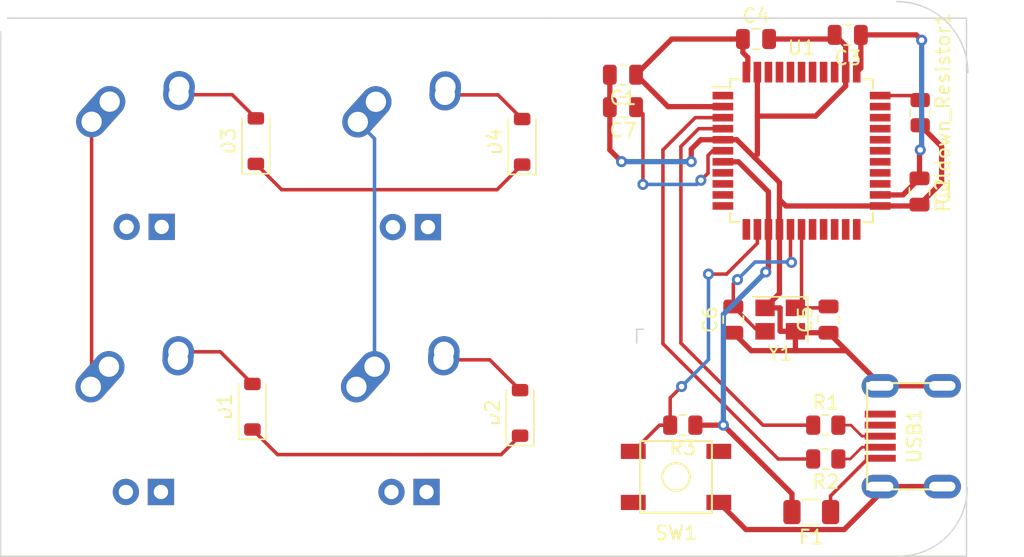
<source format=kicad_pcb>
(kicad_pcb (version 20221018) (generator pcbnew)
  (layers (0 "F.Cu" signal) (31 "B.Cu" signal) (34 "B.Paste" user) (35 "F.Paste" user) (36 "B.SilkS" user "B.Silkscreen") (37 "F.SilkS" user "F.Silkscreen") (38 "B.Mask" user) (39 "F.Mask" user) (44 "Edge.Cuts" user))
  (net 0 "")
  (net 1 "+5V")
  (net 2 "GND")
  (net 3 "Net-(U1-XTAL1)")
  (net 4 "Net-(U1-XTAL2)")
  (net 5 "Net-(U1-UCAP)")
  (net 6 "ROW1")
  (net 7 "Net-(D1-A)")
  (net 8 "Net-(D2-A)")
  (net 9 "ROW0")
  (net 10 "Net-(D3-A)")
  (net 11 "Net-(D4-A)")
  (net 12 "Net-(USB1-VBUS)")
  (net 13 "COL0")
  (net 14 "COL1")
  (net 15 "Net-(U1-~{HWB}{slash}PE2)")
  (net 16 "Net-(U1-D+)")
  (net 17 "D+")
  (net 18 "D-")
  (net 19 "Net-(U1-D-)")
  (net 20 "Net-(U1-~{RESET})")
  (footprint "Capacitor_SMD:C_0805_2012Metric" (layer "F.Cu") (at 170 87.85 90)
    (fp_text reference "C5" (at 0 -1.68 90) (layer "F.SilkS"))
    (fp_text value "22pF")
    (fp_line (start -0.261252 -0.735) (end 0.261252 -0.735) (stroke (width 0.12)) (layer "F.SilkS"))
    (fp_line (start -0.261252 0.735) (end 0.261252 0.735) (stroke (width 0.12)) (layer "F.SilkS"))
    (pad "1" smd roundrect (at -0.95 0 90) (size 1 1.45) (layers "F.Cu" "F.Paste" "F.Mask") (net 2 "GND"))
    (pad "2" smd roundrect (at 0.95 0 90) (size 1 1.45) (layers "F.Cu" "F.Paste" "F.Mask") (net 3 "Net-(U1-XTAL1)"))
  )
  (footprint "Resistor_SMD:R_0805_2012Metric" (layer "F.Cu") (at 169.8 97.95 180)
    (fp_text reference "R2" (at 0 -1.65) (layer "F.SilkS"))
    (fp_text value "22")
    (fp_line (start -0.227064 -0.735) (end 0.227064 -0.735) (stroke (width 0.12)) (layer "F.SilkS"))
    (fp_line (start -0.227064 0.735) (end 0.227064 0.735) (stroke (width 0.12)) (layer "F.SilkS"))
    (pad "1" smd roundrect (at -0.9125 0 180) (size 1.025 1.4) (layers "F.Cu" "F.Paste" "F.Mask") (roundrect_rratio 0.243902) (net 18 "D-"))
    (pad "2" smd roundrect (at 0.9125 0 180) (size 1.025 1.4) (layers "F.Cu" "F.Paste" "F.Mask") (roundrect_rratio 0.243902) (net 19 "Net-(U1-D-)"))
  )
  (footprint "Package_QFP:TQFP-44_10x10mm_P0.8mm" (layer "F.Cu") (at 168.045 75.6125)
    (fp_text reference "U1" (at 0 -7.45) (layer "F.SilkS"))
    (fp_text value "ATmega32U4-A")
    (fp_line (start -5.175 -5.175) (end -5.175 -4.6) (stroke (width 0.15)) (layer "F.SilkS"))
    (fp_line (start -5.175 -5.175) (end -4.5 -5.175) (stroke (width 0.15)) (layer "F.SilkS"))
    (fp_line (start -5.175 -4.6) (end -6.45 -4.6) (stroke (width 0.15)) (layer "F.SilkS"))
    (fp_line (start -5.175 5.175) (end -5.175 4.5) (stroke (width 0.15)) (layer "F.SilkS"))
    (fp_line (start -5.175 5.175) (end -4.5 5.175) (stroke (width 0.15)) (layer "F.SilkS"))
    (fp_line (start 5.175 -5.175) (end 4.5 -5.175) (stroke (width 0.15)) (layer "F.SilkS"))
    (fp_line (start 5.175 -5.175) (end 5.175 -4.5) (stroke (width 0.15)) (layer "F.SilkS"))
    (fp_line (start 5.175 5.175) (end 4.5 5.175) (stroke (width 0.15)) (layer "F.SilkS"))
    (fp_line (start 5.175 5.175) (end 5.175 4.5) (stroke (width 0.15)) (layer "F.SilkS"))
    (pad "1" smd rect (at -5.7 -4) (size 1.5 0.55) (layers "F.Cu" "F.Paste" "F.Mask"))
    (pad "2" smd rect (at -5.7 -3.2) (size 1.5 0.55) (layers "F.Cu" "F.Paste" "F.Mask") (net 1 "+5V"))
    (pad "3" smd rect (at -5.7 -2.4) (size 1.5 0.55) (layers "F.Cu" "F.Paste" "F.Mask") (net 19 "Net-(U1-D-)"))
    (pad "4" smd rect (at -5.7 -1.6) (size 1.5 0.55) (layers "F.Cu" "F.Paste" "F.Mask") (net 16 "Net-(U1-D+)"))
    (pad "5" smd rect (at -5.7 -0.8) (size 1.5 0.55) (layers "F.Cu" "F.Paste" "F.Mask") (net 2 "GND"))
    (pad "6" smd rect (at -5.7 0) (size 1.5 0.55) (layers "F.Cu" "F.Paste" "F.Mask") (net 5 "Net-(U1-UCAP)"))
    (pad "7" smd rect (at -5.7 0.8) (size 1.5 0.55) (layers "F.Cu" "F.Paste" "F.Mask") (net 1 "+5V"))
    (pad "8" smd rect (at -5.7 1.6) (size 1.5 0.55) (layers "F.Cu" "F.Paste" "F.Mask"))
    (pad "9" smd rect (at -5.7 2.4) (size 1.5 0.55) (layers "F.Cu" "F.Paste" "F.Mask"))
    (pad "10" smd rect (at -5.7 3.2) (size 1.5 0.55) (layers "F.Cu" "F.Paste" "F.Mask"))
    (pad "11" smd rect (at -5.7 4) (size 1.5 0.55) (layers "F.Cu" "F.Paste" "F.Mask"))
    (pad "12" smd rect (at -4 5.7 90) (size 1.5 0.55) (layers "F.Cu" "F.Paste" "F.Mask"))
    (pad "13" smd rect (at -3.2 5.7 90) (size 1.5 0.55) (layers "F.Cu" "F.Paste" "F.Mask") (net 20 "Net-(U1-~{RESET})"))
    (pad "14" smd rect (at -2.4 5.7 90) (size 1.5 0.55) (layers "F.Cu" "F.Paste" "F.Mask") (net 1 "+5V"))
    (pad "15" smd rect (at -1.6 5.7 90) (size 1.5 0.55) (layers "F.Cu" "F.Paste" "F.Mask") (net 2 "GND"))
    (pad "16" smd rect (at -0.8 5.7 90) (size 1.5 0.55) (layers "F.Cu" "F.Paste" "F.Mask") (net 4 "Net-(U1-XTAL2)"))
    (pad "17" smd rect (at 0 5.7 90) (size 1.5 0.55) (layers "F.Cu" "F.Paste" "F.Mask") (net 3 "Net-(U1-XTAL1)"))
    (pad "18" smd rect (at 0.8 5.7 90) (size 1.5 0.55) (layers "F.Cu" "F.Paste" "F.Mask"))
    (pad "19" smd rect (at 1.6 5.7 90) (size 1.5 0.55) (layers "F.Cu" "F.Paste" "F.Mask"))
    (pad "20" smd rect (at 2.4 5.7 90) (size 1.5 0.55) (layers "F.Cu" "F.Paste" "F.Mask"))
    (pad "21" smd rect (at 3.2 5.7 90) (size 1.5 0.55) (layers "F.Cu" "F.Paste" "F.Mask"))
    (pad "22" smd rect (at 4 5.7 90) (size 1.5 0.55) (layers "F.Cu" "F.Paste" "F.Mask"))
    (pad "23" smd rect (at 5.7 4) (size 1.5 0.55) (layers "F.Cu" "F.Paste" "F.Mask") (net 2 "GND"))
    (pad "24" smd rect (at 5.7 3.2) (size 1.5 0.55) (layers "F.Cu" "F.Paste" "F.Mask") (net 1 "+5V"))
    (pad "25" smd rect (at 5.7 2.4) (size 1.5 0.55) (layers "F.Cu" "F.Paste" "F.Mask"))
    (pad "26" smd rect (at 5.7 1.6) (size 1.5 0.55) (layers "F.Cu" "F.Paste" "F.Mask"))
    (pad "27" smd rect (at 5.7 0.8) (size 1.5 0.55) (layers "F.Cu" "F.Paste" "F.Mask"))
    (pad "28" smd rect (at 5.7 0) (size 1.5 0.55) (layers "F.Cu" "F.Paste" "F.Mask"))
    (pad "29" smd rect (at 5.7 -0.8) (size 1.5 0.55) (layers "F.Cu" "F.Paste" "F.Mask"))
    (pad "30" smd rect (at 5.7 -1.6) (size 1.5 0.55) (layers "F.Cu" "F.Paste" "F.Mask"))
    (pad "31" smd rect (at 5.7 -2.4) (size 1.5 0.55) (layers "F.Cu" "F.Paste" "F.Mask"))
    (pad "32" smd rect (at 5.7 -3.2) (size 1.5 0.55) (layers "F.Cu" "F.Paste" "F.Mask"))
    (pad "33" smd rect (at 5.7 -4) (size 1.5 0.55) (layers "F.Cu" "F.Paste" "F.Mask") (net 15 "Net-(U1-~{HWB}{slash}PE2)"))
    (pad "34" smd rect (at 4 -5.7 90) (size 1.5 0.55) (layers "F.Cu" "F.Paste" "F.Mask") (net 1 "+5V"))
    (pad "35" smd rect (at 3.2 -5.7 90) (size 1.5 0.55) (layers "F.Cu" "F.Paste" "F.Mask") (net 2 "GND"))
    (pad "36" smd rect (at 2.4 -5.7 90) (size 1.5 0.55) (layers "F.Cu" "F.Paste" "F.Mask"))
    (pad "37" smd rect (at 1.6 -5.7 90) (size 1.5 0.55) (layers "F.Cu" "F.Paste" "F.Mask"))
    (pad "38" smd rect (at 0.8 -5.7 90) (size 1.5 0.55) (layers "F.Cu" "F.Paste" "F.Mask"))
    (pad "39" smd rect (at 0 -5.7 90) (size 1.5 0.55) (layers "F.Cu" "F.Paste" "F.Mask"))
    (pad "40" smd rect (at -0.8 -5.7 90) (size 1.5 0.55) (layers "F.Cu" "F.Paste" "F.Mask"))
    (pad "41" smd rect (at -1.6 -5.7 90) (size 1.5 0.55) (layers "F.Cu" "F.Paste" "F.Mask"))
    (pad "42" smd rect (at -2.4 -5.7 90) (size 1.5 0.55) (layers "F.Cu" "F.Paste" "F.Mask"))
    (pad "43" smd rect (at -3.2 -5.7 90) (size 1.5 0.55) (layers "F.Cu" "F.Paste" "F.Mask") (net 2 "GND"))
    (pad "44" smd rect (at -4 -5.7 90) (size 1.5 0.55) (layers "F.Cu" "F.Paste" "F.Mask") (net 1 "+5V"))
  )
  (footprint "Diode_SMD:D_SOD-123" (layer "F.Cu") (at 128.495 74.9125 90)
    (fp_text reference "D3" (at 0 -2 90) (layer "F.SilkS"))
    (fp_text value "D_Small")
    (fp_line (start -2.36 -1) (end -2.36 1) (stroke (width 0.12)) (layer "F.SilkS"))
    (fp_line (start -2.36 -1) (end 1.65 -1) (stroke (width 0.12)) (layer "F.SilkS"))
    (fp_line (start -2.36 1) (end 1.65 1) (stroke (width 0.12)) (layer "F.SilkS"))
    (pad "1" smd roundrect (at -1.65 0 90) (size 0.9 1.2) (layers "F.Cu" "F.Paste" "F.Mask") (net 9 "ROW0"))
    (pad "2" smd roundrect (at 1.65 0 90) (size 0.9 1.2) (layers "F.Cu" "F.Paste" "F.Mask") (net 10 "Net-(D3-A)"))
  )
  (footprint "MX_Alps_Hybrid:MX-1U" (layer "F.Cu") (at 120.4 76.05)
    (fp_text reference "MX1")
    (fp_text value "MX-NoLED")
    (pad "" np_thru_hole circle (at -5.08 0 48.0996) (size 1.75 1.75) (drill 1.75) (layers "*.Cu" "*.Mask"))
    (pad "" np_thru_hole circle (at 0 0) (size 3.9878 3.9878) (drill 3.9878) (layers "*.Cu" "*.Mask"))
    (pad "" np_thru_hole circle (at 5.08 0 48.0996) (size 1.75 1.75) (drill 1.75) (layers "*.Cu" "*.Mask"))
    (pad "1" thru_hole oval (at -3.81 -2.54 48.0996) (size 4.211556 2.25) (drill 1.47 (offset 0.980778 0)) (layers "*.Cu" "B.Mask") (net 13 "COL0"))
    (pad "1" thru_hole circle (at -2.5 -4) (size 2.25 2.25) (drill 1.47) (layers "*.Cu" "B.Mask") (net 13 "COL0"))
    (pad "2" thru_hole oval (at 2.5 -4.5 86.0548) (size 2.831378 2.25) (drill 1.47 (offset 0.290689 0)) (layers "*.Cu" "B.Mask") (net 10 "Net-(D3-A)"))
    (pad "2" thru_hole circle (at 2.54 -5.08) (size 2.25 2.25) (drill 1.47) (layers "*.Cu" "B.Mask") (net 10 "Net-(D3-A)"))
    (pad "3" thru_hole circle (at -1.27 5.08) (size 1.905 1.905) (drill 1.04) (layers "*.Cu" "B.Mask"))
    (pad "4" thru_hole rect (at 1.27 5.08) (size 1.905 1.905) (drill 1.04) (layers "*.Cu" "B.Mask"))
  )
  (footprint "random-keyboard-parts:SKQG-1155865" (layer "F.Cu") (at 158.95 99.25)
    (fp_text reference "SW1" (at 0 4.064) (layer "F.SilkS"))
    (fp_text value "SW_Push")
    (fp_line (start -2.6 -2.6) (end 2.6 -2.6) (stroke (width 0.15)) (layer "F.SilkS"))
    (fp_line (start -2.6 2.6) (end -2.6 -2.6) (stroke (width 0.15)) (layer "F.SilkS"))
    (fp_line (start 2.6 -2.6) (end 2.6 2.6) (stroke (width 0.15)) (layer "F.SilkS"))
    (fp_line (start 2.6 2.6) (end -2.6 2.6) (stroke (width 0.15)) (layer "F.SilkS"))
    (fp_circle (center 0 0) (end 1 0) (stroke (width 0.15)) (fill none) (layer "F.SilkS"))
    (pad "1" smd rect (at 3.1 1.85) (size 1.8 1.1) (layers "F.Cu" "F.Paste" "F.Mask") (net 2 "GND"))
    (pad "2" smd rect (at -3.1 -1.85) (size 1.8 1.1) (layers "F.Cu" "F.Paste" "F.Mask") (net 20 "Net-(U1-~{RESET})"))
    (pad "3" smd rect (at 3.1 -1.85) (size 1.8 1.1) (layers "F.Cu" "F.Paste" "F.Mask"))
    (pad "4" smd rect (at -3.1 1.85) (size 1.8 1.1) (layers "F.Cu" "F.Paste" "F.Mask"))
  )
  (footprint "Diode_SMD:D_SOD-123" (layer "F.Cu") (at 147.645 94.6125 90)
    (fp_text reference "D2" (at 0 -2 90) (layer "F.SilkS"))
    (fp_text value "D_Small")
    (fp_line (start -2.36 -1) (end -2.36 1) (stroke (width 0.12)) (layer "F.SilkS"))
    (fp_line (start -2.36 -1) (end 1.65 -1) (stroke (width 0.12)) (layer "F.SilkS"))
    (fp_line (start -2.36 1) (end 1.65 1) (stroke (width 0.12)) (layer "F.SilkS"))
    (pad "1" smd roundrect (at -1.65 0 90) (size 0.9 1.2) (layers "F.Cu" "F.Paste" "F.Mask") (net 6 "ROW1"))
    (pad "2" smd roundrect (at 1.65 0 90) (size 0.9 1.2) (layers "F.Cu" "F.Paste" "F.Mask") (net 8 "Net-(D2-A)"))
  )
  (footprint "Resistor_SMD:R_0805_2012Metric" (layer "F.Cu") (at 159.4375 95.5 180)
    (fp_text reference "R3" (at 0 -1.65) (layer "F.SilkS"))
    (fp_text value "10k")
    (fp_line (start -0.227064 -0.735) (end 0.227064 -0.735) (stroke (width 0.12)) (layer "F.SilkS"))
    (fp_line (start -0.227064 0.735) (end 0.227064 0.735) (stroke (width 0.12)) (layer "F.SilkS"))
    (pad "1" smd roundrect (at -0.9125 0 180) (size 1.025 1.4) (layers "F.Cu" "F.Paste" "F.Mask") (roundrect_rratio 0.243902) (net 1 "+5V"))
    (pad "2" smd roundrect (at 0.9125 0 180) (size 1.025 1.4) (layers "F.Cu" "F.Paste" "F.Mask") (roundrect_rratio 0.243902) (net 20 "Net-(U1-~{RESET})"))
  )
  (footprint "Capacitor_SMD:C_0805_2012Metric" (layer "F.Cu") (at 155.1 70.1 180)
    (fp_text reference "C1" (at 0 -1.68) (layer "F.SilkS"))
    (fp_text value "0.1uF")
    (fp_line (start -0.261252 -0.735) (end 0.261252 -0.735) (stroke (width 0.12)) (layer "F.SilkS"))
    (fp_line (start -0.261252 0.735) (end 0.261252 0.735) (stroke (width 0.12)) (layer "F.SilkS"))
    (pad "1" smd roundrect (at -0.95 0 180) (size 1 1.45) (layers "F.Cu" "F.Paste" "F.Mask") (net 1 "+5V"))
    (pad "2" smd roundrect (at 0.95 0 180) (size 1 1.45) (layers "F.Cu" "F.Paste" "F.Mask") (net 2 "GND"))
  )
  (footprint "Capacitor_SMD:C_0805_2012Metric" (layer "F.Cu") (at 163.1 87.85 90)
    (fp_text reference "C6" (at 0 -1.68 90) (layer "F.SilkS"))
    (fp_text value "22pF")
    (fp_line (start -0.261252 -0.735) (end 0.261252 -0.735) (stroke (width 0.12)) (layer "F.SilkS"))
    (fp_line (start -0.261252 0.735) (end 0.261252 0.735) (stroke (width 0.12)) (layer "F.SilkS"))
    (pad "1" smd roundrect (at -0.95 0 90) (size 1 1.45) (layers "F.Cu" "F.Paste" "F.Mask") (net 2 "GND"))
    (pad "2" smd roundrect (at 0.95 0 90) (size 1 1.45) (layers "F.Cu" "F.Paste" "F.Mask") (net 4 "Net-(U1-XTAL2)"))
  )
  (footprint "Resistor_SMD:R_0805_2012Metric" (layer "F.Cu") (at 169.8 95.5)
    (fp_text reference "R1" (at 0 -1.65) (layer "F.SilkS"))
    (fp_text value "22")
    (fp_line (start -0.227064 -0.735) (end 0.227064 -0.735) (stroke (width 0.12)) (layer "F.SilkS"))
    (fp_line (start -0.227064 0.735) (end 0.227064 0.735) (stroke (width 0.12)) (layer "F.SilkS"))
    (pad "1" smd roundrect (at -0.9125 0) (size 1.025 1.4) (layers "F.Cu" "F.Paste" "F.Mask") (roundrect_rratio 0.243902) (net 16 "Net-(U1-D+)"))
    (pad "2" smd roundrect (at 0.9125 0) (size 1.025 1.4) (layers "F.Cu" "F.Paste" "F.Mask") (roundrect_rratio 0.243902) (net 17 "D+"))
  )
  (footprint "MX_Alps_Hybrid:MX-1U" (layer "F.Cu") (at 139.695 76.0625)
    (fp_text reference "MX2")
    (fp_text value "MX-NoLED")
    (pad "" np_thru_hole circle (at -5.08 0 48.0996) (size 1.75 1.75) (drill 1.75) (layers "*.Cu" "*.Mask"))
    (pad "" np_thru_hole circle (at 0 0) (size 3.9878 3.9878) (drill 3.9878) (layers "*.Cu" "*.Mask"))
    (pad "" np_thru_hole circle (at 5.08 0 48.0996) (size 1.75 1.75) (drill 1.75) (layers "*.Cu" "*.Mask"))
    (pad "1" thru_hole oval (at -3.81 -2.54 48.0996) (size 4.211556 2.25) (drill 1.47 (offset 0.980778 0)) (layers "*.Cu" "B.Mask") (net 14 "COL1"))
    (pad "1" thru_hole circle (at -2.5 -4) (size 2.25 2.25) (drill 1.47) (layers "*.Cu" "B.Mask") (net 14 "COL1"))
    (pad "2" thru_hole oval (at 2.5 -4.5 86.0548) (size 2.831378 2.25) (drill 1.47 (offset 0.290689 0)) (layers "*.Cu" "B.Mask") (net 11 "Net-(D4-A)"))
    (pad "2" thru_hole circle (at 2.54 -5.08) (size 2.25 2.25) (drill 1.47) (layers "*.Cu" "B.Mask") (net 11 "Net-(D4-A)"))
    (pad "3" thru_hole circle (at -1.27 5.08) (size 1.905 1.905) (drill 1.04) (layers "*.Cu" "B.Mask"))
    (pad "4" thru_hole rect (at 1.27 5.08) (size 1.905 1.905) (drill 1.04) (layers "*.Cu" "B.Mask"))
  )
  (footprint "Capacitor_SMD:C_0805_2012Metric" (layer "F.Cu") (at 155.1 72.45 180)
    (fp_text reference "C7" (at 0 -1.68) (layer "F.SilkS"))
    (fp_text value "1uF")
    (fp_line (start -0.261252 -0.735) (end 0.261252 -0.735) (stroke (width 0.12)) (layer "F.SilkS"))
    (fp_line (start -0.261252 0.735) (end 0.261252 0.735) (stroke (width 0.12)) (layer "F.SilkS"))
    (pad "1" smd roundrect (at -0.95 0 180) (size 1 1.45) (layers "F.Cu" "F.Paste" "F.Mask") (net 5 "Net-(U1-UCAP)"))
    (pad "2" smd roundrect (at 0.95 0 180) (size 1 1.45) (layers "F.Cu" "F.Paste" "F.Mask") (net 2 "GND"))
  )
  (footprint "Capacitor_SMD:C_0805_2012Metric" (layer "F.Cu") (at 164.745 67.5125)
    (fp_text reference "C4" (at 0 -1.68) (layer "F.SilkS"))
    (fp_text value "10uF")
    (fp_line (start -0.261252 -0.735) (end 0.261252 -0.735) (stroke (width 0.12)) (layer "F.SilkS"))
    (fp_line (start -0.261252 0.735) (end 0.261252 0.735) (stroke (width 0.12)) (layer "F.SilkS"))
    (pad "1" smd roundrect (at -0.95 0) (size 1 1.45) (layers "F.Cu" "F.Paste" "F.Mask") (net 1 "+5V"))
    (pad "2" smd roundrect (at 0.95 0) (size 1 1.45) (layers "F.Cu" "F.Paste" "F.Mask") (net 2 "GND"))
  )
  (footprint "Capacitor_SMD:C_0805_2012Metric" (layer "F.Cu") (at 176.595 78.5625 -90)
    (fp_text reference "C2" (at 0 -1.68 90) (layer "F.SilkS"))
    (fp_text value "0.1uF")
    (fp_line (start -0.261252 -0.735) (end 0.261252 -0.735) (stroke (width 0.12)) (layer "F.SilkS"))
    (fp_line (start -0.261252 0.735) (end 0.261252 0.735) (stroke (width 0.12)) (layer "F.SilkS"))
    (pad "1" smd roundrect (at -0.95 0 270) (size 1 1.45) (layers "F.Cu" "F.Paste" "F.Mask") (net 1 "+5V"))
    (pad "2" smd roundrect (at 0.95 0 270) (size 1 1.45) (layers "F.Cu" "F.Paste" "F.Mask") (net 2 "GND"))
  )
  (footprint "Fuse:Fuse_1206_3216Metric" (layer "F.Cu") (at 168.75 101.8 180)
    (fp_text reference "F1" (at 0 -1.82) (layer "F.SilkS"))
    (fp_text value "500mA")
    (fp_line (start -0.602064 -0.91) (end 0.602064 -0.91) (stroke (width 0.12)) (layer "F.SilkS"))
    (fp_line (start -0.602064 0.91) (end 0.602064 0.91) (stroke (width 0.12)) (layer "F.SilkS"))
    (pad "1" smd roundrect (at -1.4 0 180) (size 1.25 1.75) (layers "F.Cu" "F.Paste" "F.Mask") (roundrect_rratio 0.2) (net 12 "Net-(USB1-VBUS)"))
    (pad "2" smd roundrect (at 1.4 0 180) (size 1.25 1.75) (layers "F.Cu" "F.Paste" "F.Mask") (roundrect_rratio 0.2) (net 1 "+5V"))
  )
  (footprint "random-keyboard-parts:Molex-0548190589" (layer "F.Cu") (at 178.25 96.3 180)
    (fp_text reference "USB1" (at 2.032 0 90) (layer "F.SilkS"))
    (fp_text value "Molex-0548190589")
    (fp_line (start 0 -3.85) (end 5.45 -3.85) (stroke (width 0.15)) (layer "F.SilkS"))
    (fp_line (start 0 3.85) (end 5.45 3.85) (stroke (width 0.15)) (layer "F.SilkS"))
    (fp_line (start 5.45 -3.85) (end 5.45 3.85) (stroke (width 0.15)) (layer "F.SilkS"))
    (pad "1" smd rect (at 4.5 1.6 180) (size 2.25 0.5) (layers "F.Cu" "F.Paste" "F.Mask") (net 2 "GND"))
    (pad "2" smd rect (at 4.5 0.8 180) (size 2.25 0.5) (layers "F.Cu" "F.Paste" "F.Mask"))
    (pad "3" smd rect (at 4.5 0 180) (size 2.25 0.5) (layers "F.Cu" "F.Paste" "F.Mask") (net 17 "D+"))
    (pad "4" smd rect (at 4.5 -0.8 180) (size 2.25 0.5) (layers "F.Cu" "F.Paste" "F.Mask") (net 18 "D-"))
    (pad "5" smd rect (at 4.5 -1.6 180) (size 2.25 0.5) (layers "F.Cu" "F.Paste" "F.Mask") (net 12 "Net-(USB1-VBUS)"))
    (pad "6" thru_hole oval (at 0 -3.65 180) (size 2.7 1.7) (drill oval 1.9 0.7) (layers "*.Cu" "*.Mask") (net 2 "GND"))
    (pad "6" thru_hole oval (at 0 3.65 180) (size 2.7 1.7) (drill oval 1.9 0.7) (layers "*.Cu" "*.Mask") (net 2 "GND"))
    (pad "6" thru_hole oval (at 4.5 -3.65 180) (size 2.7 1.7) (drill oval 1.9 0.7) (layers "*.Cu" "*.Mask") (net 2 "GND"))
    (pad "6" thru_hole oval (at 4.5 3.65 180) (size 2.7 1.7) (drill oval 1.9 0.7) (layers "*.Cu" "*.Mask") (net 2 "GND"))
  )
  (footprint "Crystal:Crystal_SMD_3225-4Pin_3.2x2.5mm" (layer "F.Cu") (at 166.5 87.85 180)
    (fp_text reference "Y1" (at 0 -2.45) (layer "F.SilkS"))
    (fp_text value "16MHz")
    (fp_line (start -2 -1.65) (end -2 1.65) (stroke (width 0.12)) (layer "F.SilkS"))
    (fp_line (start -2 1.65) (end 2 1.65) (stroke (width 0.12)) (layer "F.SilkS"))
    (pad "1" smd rect (at -1.1 0.85 180) (size 1.4 1.2) (layers "F.Cu" "F.Paste" "F.Mask") (net 3 "Net-(U1-XTAL1)"))
    (pad "2" smd rect (at 1.1 0.85 180) (size 1.4 1.2) (layers "F.Cu" "F.Paste" "F.Mask") (net 2 "GND"))
    (pad "3" smd rect (at 1.1 -0.85 180) (size 1.4 1.2) (layers "F.Cu" "F.Paste" "F.Mask") (net 4 "Net-(U1-XTAL2)"))
    (pad "4" smd rect (at -1.1 -0.85 180) (size 1.4 1.2) (layers "F.Cu" "F.Paste" "F.Mask") (net 2 "GND"))
  )
  (footprint "Capacitor_SMD:C_0805_2012Metric" (layer "F.Cu") (at 171.395 67.2125 180)
    (fp_text reference "C3" (at 0 -1.68) (layer "F.SilkS"))
    (fp_text value "0.1uF")
    (fp_line (start -0.261252 -0.735) (end 0.261252 -0.735) (stroke (width 0.12)) (layer "F.SilkS"))
    (fp_line (start -0.261252 0.735) (end 0.261252 0.735) (stroke (width 0.12)) (layer "F.SilkS"))
    (pad "1" smd roundrect (at -0.95 0 180) (size 1 1.45) (layers "F.Cu" "F.Paste" "F.Mask") (net 1 "+5V"))
    (pad "2" smd roundrect (at 0.95 0 180) (size 1 1.45) (layers "F.Cu" "F.Paste" "F.Mask") (net 2 "GND"))
  )
  (footprint "MX_Alps_Hybrid:MX-1U" (layer "F.Cu") (at 139.595 95.2625)
    (fp_text reference "MX4")
    (fp_text value "MX-NoLED")
    (pad "" np_thru_hole circle (at -5.08 0 48.0996) (size 1.75 1.75) (drill 1.75) (layers "*.Cu" "*.Mask"))
    (pad "" np_thru_hole circle (at 0 0) (size 3.9878 3.9878) (drill 3.9878) (layers "*.Cu" "*.Mask"))
    (pad "" np_thru_hole circle (at 5.08 0 48.0996) (size 1.75 1.75) (drill 1.75) (layers "*.Cu" "*.Mask"))
    (pad "1" thru_hole oval (at -3.81 -2.54 48.0996) (size 4.211556 2.25) (drill 1.47 (offset 0.980778 0)) (layers "*.Cu" "B.Mask") (net 14 "COL1"))
    (pad "1" thru_hole circle (at -2.5 -4) (size 2.25 2.25) (drill 1.47) (layers "*.Cu" "B.Mask") (net 14 "COL1"))
    (pad "2" thru_hole oval (at 2.5 -4.5 86.0548) (size 2.831378 2.25) (drill 1.47 (offset 0.290689 0)) (layers "*.Cu" "B.Mask") (net 8 "Net-(D2-A)"))
    (pad "2" thru_hole circle (at 2.54 -5.08) (size 2.25 2.25) (drill 1.47) (layers "*.Cu" "B.Mask") (net 8 "Net-(D2-A)"))
    (pad "3" thru_hole circle (at -1.27 5.08) (size 1.905 1.905) (drill 1.04) (layers "*.Cu" "B.Mask"))
    (pad "4" thru_hole rect (at 1.27 5.08) (size 1.905 1.905) (drill 1.04) (layers "*.Cu" "B.Mask"))
  )
  (footprint "Diode_SMD:D_SOD-123" (layer "F.Cu") (at 147.795 74.9625 90)
    (fp_text reference "D4" (at 0 -2 90) (layer "F.SilkS"))
    (fp_text value "D_Small")
    (fp_line (start -2.36 -1) (end -2.36 1) (stroke (width 0.12)) (layer "F.SilkS"))
    (fp_line (start -2.36 -1) (end 1.65 -1) (stroke (width 0.12)) (layer "F.SilkS"))
    (fp_line (start -2.36 1) (end 1.65 1) (stroke (width 0.12)) (layer "F.SilkS"))
    (pad "1" smd roundrect (at -1.65 0 90) (size 0.9 1.2) (layers "F.Cu" "F.Paste" "F.Mask") (net 9 "ROW0"))
    (pad "2" smd roundrect (at 1.65 0 90) (size 0.9 1.2) (layers "F.Cu" "F.Paste" "F.Mask") (net 11 "Net-(D4-A)"))
  )
  (footprint "Diode_SMD:D_SOD-123" (layer "F.Cu") (at 128.245 94.1625 90)
    (fp_text reference "D1" (at 0 -2 90) (layer "F.SilkS"))
    (fp_text value "D_Small")
    (fp_line (start -2.36 -1) (end -2.36 1) (stroke (width 0.12)) (layer "F.SilkS"))
    (fp_line (start -2.36 -1) (end 1.65 -1) (stroke (width 0.12)) (layer "F.SilkS"))
    (fp_line (start -2.36 1) (end 1.65 1) (stroke (width 0.12)) (layer "F.SilkS"))
    (pad "1" smd roundrect (at -1.65 0 90) (size 0.9 1.2) (layers "F.Cu" "F.Paste" "F.Mask") (net 6 "ROW1"))
    (pad "2" smd roundrect (at 1.65 0 90) (size 0.9 1.2) (layers "F.Cu" "F.Paste" "F.Mask") (net 7 "Net-(D1-A)"))
  )
  (footprint "MX_Alps_Hybrid:MX-1U" (layer "F.Cu") (at 120.345 95.2625)
    (fp_text reference "MX3")
    (fp_text value "MX-NoLED")
    (pad "" np_thru_hole circle (at -5.08 0 48.0996) (size 1.75 1.75) (drill 1.75) (layers "*.Cu" "*.Mask"))
    (pad "" np_thru_hole circle (at 0 0) (size 3.9878 3.9878) (drill 3.9878) (layers "*.Cu" "*.Mask"))
    (pad "" np_thru_hole circle (at 5.08 0 48.0996) (size 1.75 1.75) (drill 1.75) (layers "*.Cu" "*.Mask"))
    (pad "1" thru_hole oval (at -3.81 -2.54 48.0996) (size 4.211556 2.25) (drill 1.47 (offset 0.980778 0)) (layers "*.Cu" "B.Mask") (net 13 "COL0"))
    (pad "1" thru_hole circle (at -2.5 -4) (size 2.25 2.25) (drill 1.47) (layers "*.Cu" "B.Mask") (net 13 "COL0"))
    (pad "2" thru_hole oval (at 2.5 -4.5 86.0548) (size 2.831378 2.25) (drill 1.47 (offset 0.290689 0)) (layers "*.Cu" "B.Mask") (net 7 "Net-(D1-A)"))
    (pad "2" thru_hole circle (at 2.54 -5.08) (size 2.25 2.25) (drill 1.47) (layers "*.Cu" "B.Mask") (net 7 "Net-(D1-A)"))
    (pad "3" thru_hole circle (at -1.27 5.08) (size 1.905 1.905) (drill 1.04) (layers "*.Cu" "B.Mask"))
    (pad "4" thru_hole rect (at 1.27 5.08) (size 1.905 1.905) (drill 1.04) (layers "*.Cu" "B.Mask"))
  )
  (footprint "Resistor_SMD:R_0805_2012Metric" (layer "F.Cu") (at 176.645 72.85 -90)
    (fp_text reference "Pulldown_Resistor1" (at 0 -1.65 90) (layer "F.SilkS"))
    (fp_text value "10k")
    (fp_line (start -0.227064 -0.735) (end 0.227064 -0.735) (stroke (width 0.12)) (layer "F.SilkS"))
    (fp_line (start -0.227064 0.735) (end 0.227064 0.735) (stroke (width 0.12)) (layer "F.SilkS"))
    (pad "1" smd roundrect (at -0.9125 0 270) (size 1.025 1.4) (layers "F.Cu" "F.Paste" "F.Mask") (roundrect_rratio 0.243902) (net 15 "Net-(U1-~{HWB}{slash}PE2)"))
    (pad "2" smd roundrect (at 0.9125 0 270) (size 1.025 1.4) (layers "F.Cu" "F.Paste" "F.Mask") (roundrect_rratio 0.243902) (net 2 "GND"))
  )
  (gr_line (start 149.5 66) (end 180 66) (stroke (width 0.1)) (layer "Edge.Cuts"))
  (gr_arc (start 174.95 64.8) (mid 178.5916 66.3084) (end 180.1 69.95) (stroke (width 0.1)) (layer "Edge.Cuts"))
  (gr_line (start 180 105) (end 110 105) (stroke (width 0.1)) (layer "Edge.Cuts"))
  (gr_line (start 156.1 89.55) (end 156.1 88.55) (stroke (width 0.1)) (layer "Edge.Cuts"))
  (gr_line (start 110 105) (end 110 67) (stroke (width 0.1)) (layer "Edge.Cuts"))
  (gr_line (start 110.5 66) (end 149.5 66) (stroke (width 0.1)) (layer "Edge.Cuts"))
  (gr_line (start 156.1 88.55) (end 156.6 88.55) (stroke (width 0.1)) (layer "Edge.Cuts"))
  (gr_arc (start 180.05 100.05) (mid 178.600179 103.550179) (end 175.1 105) (stroke (width 0.1)) (layer "Edge.Cuts"))
  (gr_line (start 180 66) (end 180 105) (stroke (width 0.1)) (layer "Edge.Cuts"))
  (segment (start 175.395 78.8125) (end 173.745 78.8125) (width 0.381) (layer "F.Cu") (net 1))
  (segment (start 172.345 67.2125) (end 172.345 69.6125) (width 0.381) (layer "F.Cu") (net 1))
  (segment (start 176.595 77.6125) (end 175.395 78.8125) (width 0.381) (layer "F.Cu") (net 1))
  (segment (start 176.3625 67.2125) (end 176.75 67.6) (width 0.381) (layer "F.Cu") (net 1))
  (segment (start 165.645 84.205) (end 165.45 84.4) (width 0.381) (layer "F.Cu") (net 1))
  (segment (start 176.595 75.605) (end 176.65 75.55) (width 0.381) (layer "F.Cu") (net 1))
  (segment (start 165.645 81.3125) (end 165.645 84.205) (width 0.381) (layer "F.Cu") (net 1))
  (segment (start 167.35 101.8) (end 167.35 100.469) (width 0.381) (layer "F.Cu") (net 1))
  (segment (start 156.05 70.1) (end 158.6375 67.5125) (width 0.381) (layer "F.Cu") (net 1))
  (segment (start 162.345 76.4125) (end 163.476 76.4125) (width 0.381) (layer "F.Cu") (net 1))
  (segment (start 163.795 67.5125) (end 163.795 68.495) (width 0.381) (layer "F.Cu") (net 1))
  (segment (start 167.35 100.469) (end 162.381 95.5) (width 0.381) (layer "F.Cu") (net 1))
  (segment (start 164.15 69.8075) (end 164.045 69.9125) (width 0.381) (layer "F.Cu") (net 1))
  (segment (start 164.15 68.85) (end 164.15 69.8075) (width 0.381) (layer "F.Cu") (net 1))
  (segment (start 163.795 68.495) (end 164.15 68.85) (width 0.381) (layer "F.Cu") (net 1))
  (segment (start 172.345 69.6125) (end 172.045 69.9125) (width 0.381) (layer "F.Cu") (net 1))
  (segment (start 163.476 76.4125) (end 165.645 78.5815) (width 0.381) (layer "F.Cu") (net 1))
  (segment (start 165.645 78.5815) (end 165.645 81.3125) (width 0.381) (layer "F.Cu") (net 1))
  (segment (start 156.05 70.1) (end 158.3625 72.4125) (width 0.381) (layer "F.Cu") (net 1))
  (segment (start 158.6375 67.5125) (end 163.795 67.5125) (width 0.381) (layer "F.Cu") (net 1))
  (segment (start 176.595 77.6125) (end 176.595 75.605) (width 0.381) (layer "F.Cu") (net 1))
  (segment (start 158.3625 72.4125) (end 162.345 72.4125) (width 0.381) (layer "F.Cu") (net 1))
  (segment (start 162.381 95.5) (end 160.35 95.5) (width 0.381) (layer "F.Cu") (net 1))
  (segment (start 172.345 67.2125) (end 176.3625 67.2125) (width 0.381) (layer "F.Cu") (net 1))
  (via (at 176.75 67.6) (size 0.8) (drill 0.4) (layers "F.Cu" "B.Cu") (net 1))
  (via (at 176.65 75.55) (size 0.8) (drill 0.4) (layers "F.Cu" "B.Cu") (net 1))
  (via (at 165.45 84.4) (size 0.8) (drill 0.4) (layers "F.Cu" "B.Cu") (net 1))
  (via (at 162.381 95.5) (size 0.8) (drill 0.4) (layers "F.Cu" "B.Cu") (net 1))
  (segment (start 176.75 67.6) (end 176.75 75.45) (width 0.381) (layer "B.Cu") (net 1))
  (segment (start 176.75 75.45) (end 176.65 75.55) (width 0.381) (layer "B.Cu") (net 1))
  (segment (start 162.381 87.469) (end 165.45 84.4) (width 0.381) (layer "B.Cu") (net 1))
  (segment (start 162.381 95.5) (end 162.381 87.469) (width 0.381) (layer "B.Cu") (net 1))
  (segment (start 173.75 99.95) (end 178.25 99.95) (width 0.381) (layer "F.Cu") (net 2))
  (segment (start 154.15 70.1) (end 154.15 72.45) (width 0.381) (layer "F.Cu") (net 2))
  (segment (start 165.695 67.5125) (end 170.145 67.5125) (width 0.381) (layer "F.Cu") (net 2))
  (segment (start 164.61925 76.08075) (end 164.845 75.855) (width 0.381) (layer "F.Cu") (net 2))
  (segment (start 164.0155 103.0655) (end 171.1345 103.0655) (width 0.381) (layer "F.Cu") (net 2))
  (segment (start 176.645 73.7625) (end 178.2 75.3175) (width 0.381) (layer "F.Cu") (net 2))
  (segment (start 166.445 85.955) (end 166.445 81.3125) (width 0.381) (layer "F.Cu") (net 2))
  (segment (start 171.3 90.1) (end 170 88.8) (width 0.381) (layer "F.Cu") (net 2))
  (segment (start 167.6 88.7) (end 167.6 90.1) (width 0.381) (layer "F.Cu") (net 2))
  (segment (start 166.445 77.9065) (end 164.61925 76.08075) (width 0.381) (layer "F.Cu") (net 2))
  (segment (start 173.75 92.55) (end 171.3 90.1) (width 0.381) (layer "F.Cu") (net 2))
  (segment (start 170.145 67.5125) (end 170.445 67.2125) (width 0.381) (layer "F.Cu") (net 2))
  (segment (start 162.05 101.1) (end 164.0155 103.0655) (width 0.381) (layer "F.Cu") (net 2))
  (segment (start 166.9075 79.6125) (end 173.745 79.6125) (width 0.381) (layer "F.Cu") (net 2))
  (segment (start 173.745 79.6125) (end 176.495 79.6125) (width 0.381) (layer "F.Cu") (net 2))
  (segment (start 160.05 76.4) (end 160.05 75.5) (width 0.381) (layer "F.Cu") (net 2))
  (segment (start 166.519 88.7) (end 167.6 88.7) (width 0.381) (layer "F.Cu") (net 2))
  (segment (start 154.15 72.45) (end 154.15 75.55) (width 0.381) (layer "F.Cu") (net 2))
  (segment (start 164.845 73.1) (end 164.845 69.9125) (width 0.381) (layer "F.Cu") (net 2))
  (segment (start 164.845 73.1) (end 169.0635 73.1) (width 0.381) (layer "F.Cu") (net 2))
  (segment (start 166.4905 87.0095) (end 166.4905 88.6715) (width 0.381) (layer "F.Cu") (net 2))
  (segment (start 160.05 75.5) (end 160.7375 74.8125) (width 0.381) (layer "F.Cu") (net 2))
  (segment (start 171.245 70.9185) (end 171.245 69.9125) (width 0.381) (layer "F.Cu") (net 2))
  (segment (start 165.4 87) (end 166.481 87) (width 0.381) (layer "F.Cu") (net 2))
  (segment (start 178.2 75.3175) (end 178.2 77.9075) (width 0.381) (layer "F.Cu") (net 2))
  (segment (start 170 88.8) (end 167.7 88.8) (width 0.381) (layer "F.Cu") (net 2))
  (segment (start 169.0635 73.1) (end 171.245 70.9185) (width 0.381) (layer "F.Cu") (net 2))
  (segment (start 173.75 92.65) (end 173.75 92.55) (width 0.381) (layer "F.Cu") (net 2))
  (segment (start 170.445 67.2125) (end 171.245 68.0125) (width 0.381) (layer "F.Cu") (net 2))
  (segment (start 154.15 75.55) (end 155 76.4) (width 0.381) (layer "F.Cu") (net 2))
  (segment (start 173.75 92.65) (end 178.25 92.65) (width 0.381) (layer "F.Cu") (net 2))
  (segment (start 173.75 100.45) (end 173.75 99.95) (width 0.381) (layer "F.Cu") (net 2))
  (segment (start 163.1 88.8) (end 164.4 90.1) (width 0.381) (layer "F.Cu") (net 2))
  (segment (start 166.445 81.3125) (end 166.445 79.15) (width 0.381) (layer "F.Cu") (net 2))
  (segment (start 163.351 74.8125) (end 162.345 74.8125) (width 0.381) (layer "F.Cu") (net 2))
  (segment (start 167.6 90.1) (end 171.3 90.1) (width 0.381) (layer "F.Cu") (net 2))
  (segment (start 165.4 87) (end 166.445 85.955) (width 0.381) (layer "F.Cu") (net 2))
  (segment (start 164.845 75.855) (end 164.845 73.1) (width 0.381) (layer "F.Cu") (net 2))
  (segment (start 171.245 68.0125) (end 171.245 69.9125) (width 0.381) (layer "F.Cu") (net 2))
  (segment (start 166.481 87) (end 166.4905 87.0095) (width 0.381) (layer "F.Cu") (net 2))
  (segment (start 160.7375 74.8125) (end 162.345 74.8125) (width 0.381) (layer "F.Cu") (net 2))
  (segment (start 166.445 79.15) (end 166.445 77.9065) (width 0.381) (layer "F.Cu") (net 2))
  (segment (start 167.7 88.8) (end 167.6 88.7) (width 0.381) (layer "F.Cu") (net 2))
  (segment (start 164.4 90.1) (end 167.6 90.1) (width 0.381) (layer "F.Cu") (net 2))
  (segment (start 178.2 77.9075) (end 176.595 79.5125) (width 0.381) (layer "F.Cu") (net 2))
  (segment (start 166.445 79.15) (end 166.9075 79.6125) (width 0.381) (layer "F.Cu") (net 2))
  (segment (start 176.495 79.6125) (end 176.595 79.5125) (width 0.381) (layer "F.Cu") (net 2))
  (segment (start 166.4905 88.6715) (end 166.519 88.7) (width 0.381) (layer "F.Cu") (net 2))
  (segment (start 171.1345 103.0655) (end 173.75 100.45) (width 0.381) (layer "F.Cu") (net 2))
  (segment (start 164.61925 76.08075) (end 163.351 74.8125) (width 0.381) (layer "F.Cu") (net 2))
  (via (at 160.05 76.4) (size 0.8) (drill 0.4) (layers "F.Cu" "B.Cu") (net 2))
  (via (at 155 76.4) (size 0.8) (drill 0.4) (layers "F.Cu" "B.Cu") (net 2))
  (segment (start 160.05 76.4) (end 155 76.4) (width 0.381) (layer "B.Cu") (net 2))
  (segment (start 169.9 87) (end 170 86.9) (width 0.254) (layer "F.Cu") (net 3))
  (segment (start 167.6 87) (end 168.045 86.555) (width 0.254) (layer "F.Cu") (net 3))
  (segment (start 168.045 86.555) (end 168.045 81.3125) (width 0.254) (layer "F.Cu") (net 3))
  (segment (start 167.6 87) (end 169.9 87) (width 0.254) (layer "F.Cu") (net 3))
  (segment (start 163.1 86.9) (end 163.1 85.25) (width 0.254) (layer "F.Cu") (net 4))
  (segment (start 163.1 85.25) (end 163.4 84.95) (width 0.254) (layer "F.Cu") (net 4))
  (segment (start 163.1 86.9) (end 164.9 88.7) (width 0.254) (layer "F.Cu") (net 4))
  (segment (start 164.9 88.7) (end 165.4 88.7) (width 0.254) (layer "F.Cu") (net 4))
  (segment (start 167.245 83.6265) (end 167.3185 83.7) (width 0.254) (layer "F.Cu") (net 4))
  (segment (start 167.245 81.3125) (end 167.245 83.6265) (width 0.254) (layer "F.Cu") (net 4))
  (via (at 167.3185 83.7) (size 0.8) (drill 0.4) (layers "F.Cu" "B.Cu") (net 4))
  (via (at 163.4 84.95) (size 0.8) (drill 0.4) (layers "F.Cu" "B.Cu") (net 4))
  (segment (start 163.4 84.95) (end 164.677 83.673) (width 0.254) (layer "B.Cu") (net 4))
  (segment (start 164.677 83.673) (end 167.323 83.673) (width 0.254) (layer "B.Cu") (net 4))
  (segment (start 167.35 83.7) (end 167.3185 83.7) (width 0.254) (layer "B.Cu") (net 4))
  (segment (start 167.323 83.673) (end 167.35 83.7) (width 0.254) (layer "B.Cu") (net 4))
  (segment (start 161.6055 75.6125) (end 162.345 75.6125) (width 0.254) (layer "F.Cu") (net 5))
  (segment (start 161.268 77.232) (end 161.268 75.95) (width 0.254) (layer "F.Cu") (net 5))
  (segment (start 160.75 77.75) (end 161.268 77.232) (width 0.254) (layer "F.Cu") (net 5))
  (segment (start 161.268 75.95) (end 161.6055 75.6125) (width 0.254) (layer "F.Cu") (net 5))
  (segment (start 156.05 72.45) (end 156.55 72.95) (width 0.254) (layer "F.Cu") (net 5))
  (segment (start 156.55 72.95) (end 156.55 78.05) (width 0.254) (layer "F.Cu") (net 5))
  (via (at 156.55 78.05) (size 0.8) (drill 0.4) (layers "F.Cu" "B.Cu") (net 5))
  (via (at 160.75 77.75) (size 0.8) (drill 0.4) (layers "F.Cu" "B.Cu") (net 5))
  (segment (start 156.55 78.05) (end 160.45 78.05) (width 0.254) (layer "B.Cu") (net 5))
  (segment (start 160.45 78.05) (end 160.75 77.75) (width 0.254) (layer "B.Cu") (net 5))
  (segment (start 146.2741 97.6334) (end 147.645 96.2625) (width 0.254) (layer "F.Cu") (net 6))
  (segment (start 128.245 95.8125) (end 130.0659 97.6334) (width 0.254) (layer "F.Cu") (net 6))
  (segment (start 130.0659 97.6334) (end 146.2741 97.6334) (width 0.254) (layer "F.Cu") (net 6))
  (segment (start 125.915 90.1825) (end 128.245 92.5125) (width 0.254) (layer "F.Cu") (net 7))
  (segment (start 122.885 90.1825) (end 125.915 90.1825) (width 0.254) (layer "F.Cu") (net 7))
  (segment (start 142.095 90.7625) (end 145.445 90.7625) (width 0.254) (layer "F.Cu") (net 8))
  (segment (start 145.445 90.7625) (end 147.645 92.9625) (width 0.254) (layer "F.Cu") (net 8))
  (segment (start 145.9741 78.4334) (end 147.795 76.6125) (width 0.254) (layer "F.Cu") (net 9))
  (segment (start 130.3659 78.4334) (end 145.9741 78.4334) (width 0.254) (layer "F.Cu") (net 9))
  (segment (start 128.495 76.5625) (end 130.3659 78.4334) (width 0.254) (layer "F.Cu") (net 9))
  (segment (start 126.7825 71.55) (end 128.495 73.2625) (width 0.254) (layer "F.Cu") (net 10))
  (segment (start 122.9 71.55) (end 126.7825 71.55) (width 0.254) (layer "F.Cu") (net 10))
  (segment (start 142.195 71.5625) (end 146.045 71.5625) (width 0.254) (layer "F.Cu") (net 11))
  (segment (start 146.045 71.5625) (end 147.795 73.3125) (width 0.254) (layer "F.Cu") (net 11))
  (segment (start 172.875 97.9) (end 173.75 97.9) (width 0.254) (layer "F.Cu") (net 12))
  (segment (start 170.15 100.625) (end 172.875 97.9) (width 0.254) (layer "F.Cu") (net 12))
  (segment (start 170.15 101.8) (end 170.15 100.625) (width 0.254) (layer "F.Cu") (net 12))
  (segment (start 116.59 73.51) (end 116.59 92.6675) (width 0.254) (layer "F.Cu") (net 13))
  (segment (start 116.59 92.6675) (end 116.535 92.7225) (width 0.254) (layer "F.Cu") (net 13))
  (segment (start 137.095 74.7325) (end 137.095 91.2625) (width 0.254) (layer "B.Cu") (net 14))
  (segment (start 135.885 73.5225) (end 137.095 74.7325) (width 0.254) (layer "B.Cu") (net 14))
  (segment (start 176.645 71.9375) (end 176.32 71.6125) (width 0.254) (layer "F.Cu") (net 15))
  (segment (start 176.32 71.6125) (end 173.745 71.6125) (width 0.254) (layer "F.Cu") (net 15))
  (segment (start 159.3 89.55) (end 159.3 78.45) (width 0.254) (layer "F.Cu") (net 16))
  (segment (start 165.25 95.5) (end 159.3 89.55) (width 0.254) (layer "F.Cu") (net 16))
  (segment (start 160.5875 74.0125) (end 162.345 74.0125) (width 0.254) (layer "F.Cu") (net 16))
  (segment (start 159.3 78.45) (end 159.3 75.3) (width 0.254) (layer "F.Cu") (net 16))
  (segment (start 168.8875 95.5) (end 165.25 95.5) (width 0.254) (layer "F.Cu") (net 16))
  (segment (start 159.3 75.3) (end 160.5875 74.0125) (width 0.254) (layer "F.Cu") (net 16))
  (segment (start 173.75 96.3) (end 172.425 96.3) (width 0.2) (layer "F.Cu") (net 17))
  (segment (start 172.425 96.3) (end 171.625 95.5) (width 0.2) (layer "F.Cu") (net 17))
  (segment (start 171.625 95.5) (end 170.7125 95.5) (width 0.2) (layer "F.Cu") (net 17))
  (segment (start 172.425 97.1) (end 171.575 97.95) (width 0.2) (layer "F.Cu") (net 18))
  (segment (start 173.75 97.1) (end 172.425 97.1) (width 0.2) (layer "F.Cu") (net 18))
  (segment (start 171.575 97.95) (end 170.7125 97.95) (width 0.2) (layer "F.Cu") (net 18))
  (segment (start 158 89.6) (end 158 75.55) (width 0.254) (layer "F.Cu") (net 19))
  (segment (start 166.35 97.95) (end 159.325 90.925) (width 0.254) (layer "F.Cu") (net 19))
  (segment (start 159.325 90.925) (end 158 89.6) (width 0.254) (layer "F.Cu") (net 19))
  (segment (start 159.325 90.925) (end 159.2 90.8) (width 0.254) (layer "F.Cu") (net 19))
  (segment (start 168.8875 97.95) (end 166.35 97.95) (width 0.254) (layer "F.Cu") (net 19))
  (segment (start 160.3375 73.2125) (end 162.345 73.2125) (width 0.254) (layer "F.Cu") (net 19))
  (segment (start 158 75.55) (end 160.3375 73.2125) (width 0.254) (layer "F.Cu") (net 19))
  (segment (start 158.525 95.5) (end 158.525 93.525) (width 0.254) (layer "F.Cu") (net 20))
  (segment (start 162.6115 84.55) (end 164.845 82.3165) (width 0.254) (layer "F.Cu") (net 20))
  (segment (start 164.845 82.3165) (end 164.845 81.3125) (width 0.254) (layer "F.Cu") (net 20))
  (segment (start 161.3 84.55) (end 162.6115 84.55) (width 0.254) (layer "F.Cu") (net 20))
  (segment (start 157.75 95.5) (end 158.525 95.5) (width 0.254) (layer "F.Cu") (net 20))
  (segment (start 155.85 97.4) (end 157.75 95.5) (width 0.254) (layer "F.Cu") (net 20))
  (segment (start 158.525 93.525) (end 159.15 92.9) (width 0.254) (layer "F.Cu") (net 20))
  (segment (start 159.15 92.9) (end 159.35 92.7) (width 0.254) (layer "F.Cu") (net 20))
  (via (at 161.3 84.55) (size 0.8) (drill 0.4) (layers "F.Cu" "B.Cu") (net 20))
  (via (at 159.35 92.7) (size 0.8) (drill 0.4) (layers "F.Cu" "B.Cu") (net 20))
  (segment (start 161.3 90.75) (end 161.3 84.55) (width 0.254) (layer "B.Cu") (net 20))
  (segment (start 159.35 92.7) (end 161.3 90.75) (width 0.254) (layer "B.Cu") (net 20))
)
</source>
